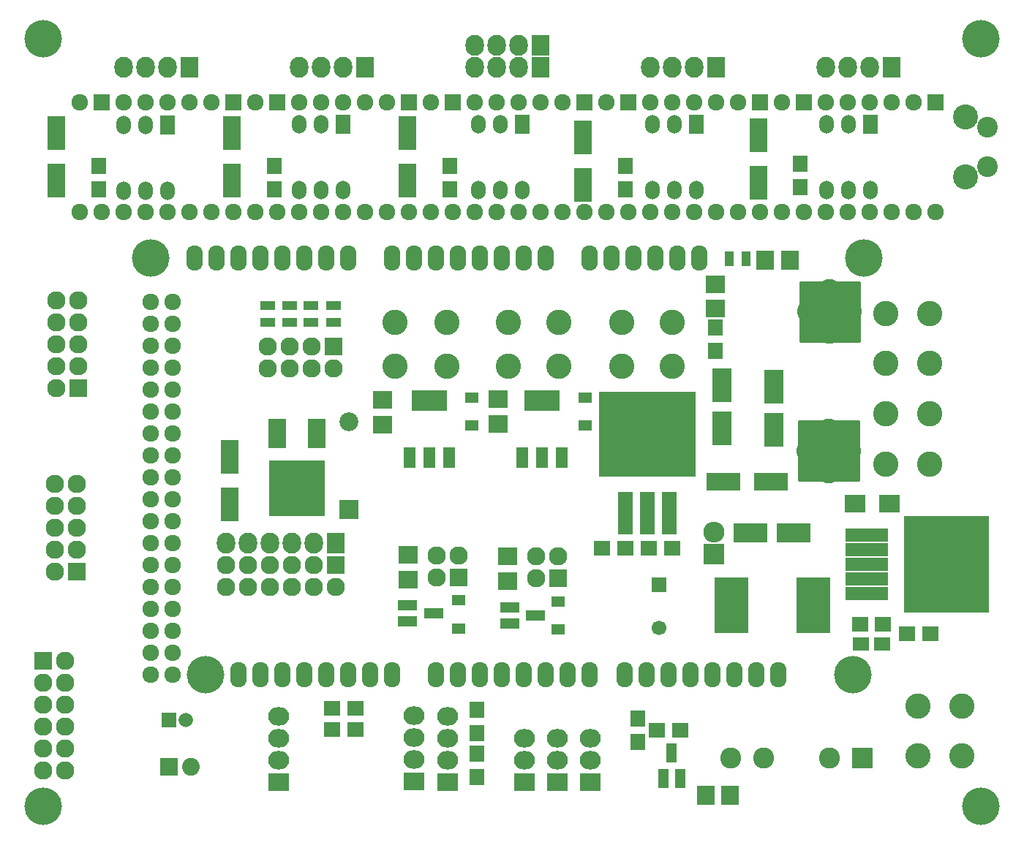
<source format=gbr>
G04 #@! TF.FileFunction,Soldermask,Top*
%FSLAX46Y46*%
G04 Gerber Fmt 4.6, Leading zero omitted, Abs format (unit mm)*
G04 Created by KiCad (PCBNEW 4.0.2-stable) date 4/20/2016 11:19:16 PM*
%MOMM*%
G01*
G04 APERTURE LIST*
%ADD10C,0.100000*%
%ADD11O,1.924000X2.940000*%
%ADD12C,4.337000*%
%ADD13C,1.924000*%
%ADD14C,2.940000*%
%ADD15R,3.999180X2.000200*%
%ADD16R,3.956000X6.400000*%
%ADD17R,2.000200X3.999180*%
%ADD18R,2.432000X2.432000*%
%ADD19C,2.432000*%
%ADD20R,1.924000X1.924000*%
%ADD21R,1.620000X1.310000*%
%ADD22R,1.700000X1.100000*%
%ADD23R,4.057600X2.432000*%
%ADD24R,1.416000X2.432000*%
%ADD25R,1.100000X1.700000*%
%ADD26R,1.900000X1.700000*%
%ADD27R,2.432000X2.127200*%
%ADD28O,2.432000X2.127200*%
%ADD29R,2.127200X2.432000*%
%ADD30O,2.127200X2.432000*%
%ADD31R,1.700000X1.900000*%
%ADD32R,5.000000X1.500000*%
%ADD33R,9.800000X11.200000*%
%ADD34R,1.790000X5.000000*%
%ADD35R,11.200000X9.800000*%
%ADD36R,2.200860X3.900120*%
%ADD37R,2.400000X2.000000*%
%ADD38R,3.900120X2.200860*%
%ADD39R,1.997660X2.200860*%
%ADD40R,2.200860X1.997660*%
%ADD41C,2.400000*%
%ADD42C,2.900000*%
%ADD43R,2.127200X2.127200*%
%ADD44O,2.127200X2.127200*%
%ADD45O,1.670000X2.178000*%
%ADD46R,1.670000X2.178000*%
%ADD47R,2.051000X3.448000*%
%ADD48R,6.496000X6.496000*%
%ADD49R,2.200860X1.200100*%
%ADD50R,1.200100X2.200860*%
%ADD51R,1.700000X1.700000*%
%ADD52C,1.700000*%
%ADD53C,2.178000*%
%ADD54R,2.178000X2.178000*%
%ADD55O,2.432000X2.432000*%
%ADD56R,1.900000X1.650000*%
%ADD57R,2.051000X2.051000*%
%ADD58C,2.051000*%
%ADD59R,1.670000X1.797000*%
%ADD60C,1.670000*%
%ADD61C,0.254000*%
G04 APERTURE END LIST*
D10*
D11*
X148082000Y-124460000D03*
X145542000Y-124460000D03*
X143002000Y-124460000D03*
X140462000Y-124460000D03*
X137922000Y-124460000D03*
X135382000Y-124460000D03*
X132842000Y-124460000D03*
X130302000Y-124460000D03*
X125222000Y-76200000D03*
X127762000Y-76200000D03*
X130302000Y-76200000D03*
X132842000Y-76200000D03*
X143002000Y-76200000D03*
X148082000Y-76200000D03*
X150622000Y-76200000D03*
X140462000Y-76200000D03*
X137922000Y-76200000D03*
X135382000Y-76200000D03*
X153162000Y-76200000D03*
X155702000Y-76200000D03*
X158242000Y-76200000D03*
X165862000Y-76200000D03*
X163322000Y-76200000D03*
X160782000Y-76200000D03*
X170942000Y-76200000D03*
X173482000Y-76200000D03*
X176022000Y-76200000D03*
X181102000Y-76200000D03*
X183642000Y-76200000D03*
X153162000Y-124460000D03*
X155702000Y-124460000D03*
X158242000Y-124460000D03*
X160782000Y-124460000D03*
X163322000Y-124460000D03*
X165862000Y-124460000D03*
X168402000Y-124460000D03*
X170942000Y-124460000D03*
X175006000Y-124460000D03*
X177546000Y-124460000D03*
X180086000Y-124460000D03*
X182626000Y-124460000D03*
X185166000Y-124460000D03*
X187706000Y-124460000D03*
X190246000Y-124460000D03*
X192786000Y-124460000D03*
X178562000Y-76200000D03*
D12*
X120142000Y-76200000D03*
X126492000Y-124460000D03*
X201422000Y-124460000D03*
X202692000Y-76200000D03*
D13*
X122682000Y-121920000D03*
X120142000Y-121920000D03*
X122682000Y-119380000D03*
X120142000Y-119380000D03*
X122682000Y-116840000D03*
X120142000Y-116840000D03*
X122682000Y-114300000D03*
X120142000Y-114300000D03*
X122682000Y-124460000D03*
X120142000Y-124460000D03*
X120142000Y-111760000D03*
X122682000Y-111760000D03*
X122682000Y-109220000D03*
X120142000Y-109220000D03*
X122682000Y-106680000D03*
X120142000Y-106680000D03*
X122682000Y-104140000D03*
X120142000Y-104140000D03*
X122682000Y-101600000D03*
X120142000Y-101600000D03*
X122682000Y-99060000D03*
X120142000Y-99060000D03*
X122682000Y-96520000D03*
X120142000Y-96520000D03*
X122682000Y-93980000D03*
X120142000Y-93980000D03*
X122682000Y-91440000D03*
X120142000Y-91440000D03*
X122682000Y-88900000D03*
X120142000Y-88900000D03*
X122682000Y-86360000D03*
X120142000Y-86360000D03*
X122682000Y-83820000D03*
X120142000Y-83820000D03*
X122682000Y-81280000D03*
X120142000Y-81280000D03*
D14*
X174671091Y-83705444D03*
X174671091Y-88785444D03*
D15*
X191980820Y-102108000D03*
X186479180Y-102108000D03*
D16*
X196881500Y-116443000D03*
X187381500Y-116443000D03*
D17*
X129311400Y-99230180D03*
X129311400Y-104731820D03*
D18*
X202514200Y-134162800D03*
D19*
X198704200Y-134162800D03*
X191084200Y-134162800D03*
X187274200Y-134162800D03*
D20*
X170370500Y-58166000D03*
D13*
X167830500Y-58166000D03*
X165290500Y-58166000D03*
X162750500Y-58166000D03*
X160210500Y-58166000D03*
X157670500Y-58166000D03*
D20*
X155130500Y-58166000D03*
D13*
X152590500Y-58166000D03*
X152590500Y-70866000D03*
X155130500Y-70866000D03*
X157670500Y-70866000D03*
X160210500Y-70866000D03*
X162750500Y-70866000D03*
X165290500Y-70866000D03*
X167830500Y-70866000D03*
X170370500Y-70866000D03*
D20*
X211010500Y-58166000D03*
D13*
X208470500Y-58166000D03*
X205930500Y-58166000D03*
X203390500Y-58166000D03*
X200850500Y-58166000D03*
X198310500Y-58166000D03*
D20*
X195770500Y-58166000D03*
D13*
X193230500Y-58166000D03*
X193230500Y-70866000D03*
X195770500Y-70866000D03*
X198310500Y-70866000D03*
X200850500Y-70866000D03*
X203390500Y-70866000D03*
X205930500Y-70866000D03*
X208470500Y-70866000D03*
X211010500Y-70866000D03*
D21*
X155829000Y-115840000D03*
X155829000Y-119110000D03*
D14*
X205257400Y-82677000D03*
X210337400Y-82677000D03*
X205232000Y-88392000D03*
X210312000Y-88392000D03*
X205232000Y-94234000D03*
X210312000Y-94234000D03*
D20*
X129730500Y-58166000D03*
D13*
X127190500Y-58166000D03*
X124650500Y-58166000D03*
X122110500Y-58166000D03*
X119570500Y-58166000D03*
X117030500Y-58166000D03*
D20*
X114490500Y-58166000D03*
D13*
X111950500Y-58166000D03*
X111950500Y-70866000D03*
X114490500Y-70866000D03*
X117030500Y-70866000D03*
X119570500Y-70866000D03*
X122110500Y-70866000D03*
X124650500Y-70866000D03*
X127190500Y-70866000D03*
X129730500Y-70866000D03*
D14*
X180513090Y-83705444D03*
X180513090Y-88785444D03*
D22*
X138684000Y-81727000D03*
X138684000Y-83627000D03*
X136271000Y-81727000D03*
X136271000Y-83627000D03*
X141351000Y-81727000D03*
X141351000Y-83627000D03*
D20*
X150050500Y-58166000D03*
D13*
X147510500Y-58166000D03*
X144970500Y-58166000D03*
X142430500Y-58166000D03*
X139890500Y-58166000D03*
X137350500Y-58166000D03*
D20*
X134810500Y-58166000D03*
D13*
X132270500Y-58166000D03*
X132270500Y-70866000D03*
X134810500Y-70866000D03*
X137350500Y-70866000D03*
X139890500Y-70866000D03*
X142430500Y-70866000D03*
X144970500Y-70866000D03*
X147510500Y-70866000D03*
X150050500Y-70866000D03*
D20*
X190690500Y-58166000D03*
D13*
X188150500Y-58166000D03*
X185610500Y-58166000D03*
X183070500Y-58166000D03*
X180530500Y-58166000D03*
X177990500Y-58166000D03*
D20*
X175450500Y-58166000D03*
D13*
X172910500Y-58166000D03*
X172910500Y-70866000D03*
X175450500Y-70866000D03*
X177990500Y-70866000D03*
X180530500Y-70866000D03*
X183070500Y-70866000D03*
X185610500Y-70866000D03*
X188150500Y-70866000D03*
X190690500Y-70866000D03*
D17*
X190500000Y-62019180D03*
X190500000Y-67520820D03*
X170180000Y-62273180D03*
X170180000Y-67774820D03*
X149860000Y-61765180D03*
X149860000Y-67266820D03*
X129540000Y-61765180D03*
X129540000Y-67266820D03*
X109220000Y-61765180D03*
X109220000Y-67266820D03*
D23*
X165481000Y-92710000D03*
D24*
X165481000Y-99314000D03*
X167767000Y-99314000D03*
X163195000Y-99314000D03*
D25*
X187137000Y-76263500D03*
X189037000Y-76263500D03*
D22*
X133731000Y-81727000D03*
X133731000Y-83627000D03*
D26*
X177783500Y-109855000D03*
X180483500Y-109855000D03*
X175086000Y-109855000D03*
X172386000Y-109855000D03*
D14*
X205232000Y-100076000D03*
X210312000Y-100076000D03*
D27*
X135001000Y-136906000D03*
D28*
X135001000Y-134366000D03*
X135001000Y-131826000D03*
X135001000Y-129286000D03*
D29*
X205930500Y-54102000D03*
D30*
X203390500Y-54102000D03*
X200850500Y-54102000D03*
X198310500Y-54102000D03*
D29*
X185610500Y-54102000D03*
D30*
X183070500Y-54102000D03*
X180530500Y-54102000D03*
X177990500Y-54102000D03*
D29*
X165303200Y-51562000D03*
D30*
X162763200Y-51562000D03*
X160223200Y-51562000D03*
X157683200Y-51562000D03*
D29*
X165303200Y-54102000D03*
D30*
X162763200Y-54102000D03*
X160223200Y-54102000D03*
X157683200Y-54102000D03*
D29*
X144970500Y-54102000D03*
D30*
X142430500Y-54102000D03*
X139890500Y-54102000D03*
X137350500Y-54102000D03*
D29*
X124650500Y-54102000D03*
D30*
X122110500Y-54102000D03*
X119570500Y-54102000D03*
X117030500Y-54102000D03*
D14*
X167386000Y-88773000D03*
X167386000Y-83693000D03*
X161544000Y-88773000D03*
X161544000Y-83693000D03*
D31*
X185547000Y-86973400D03*
X185547000Y-84273400D03*
X154813000Y-65579000D03*
X154813000Y-68279000D03*
X195326000Y-65325000D03*
X195326000Y-68025000D03*
X175133000Y-65579000D03*
X175133000Y-68279000D03*
X134493000Y-65579000D03*
X134493000Y-68279000D03*
X114173000Y-65579000D03*
X114173000Y-68279000D03*
D32*
X203073000Y-115096500D03*
X203073000Y-113396500D03*
X203073000Y-109996500D03*
D33*
X212223000Y-111696500D03*
D32*
X203073000Y-111696500D03*
X203073000Y-108296500D03*
D34*
X177673000Y-105797000D03*
D35*
X177673000Y-96647000D03*
D34*
X180213000Y-105797000D03*
X175133000Y-105797000D03*
D36*
X192278000Y-96098360D03*
X192278000Y-91099640D03*
D37*
X201644500Y-104648000D03*
X205644500Y-104648000D03*
D38*
X194586860Y-108077000D03*
X189588140Y-108077000D03*
D26*
X202231000Y-118618000D03*
X204931000Y-118618000D03*
X207692000Y-119761000D03*
X210392000Y-119761000D03*
D23*
X152400000Y-92710000D03*
D24*
X152400000Y-99314000D03*
X154686000Y-99314000D03*
X150114000Y-99314000D03*
D39*
X191302640Y-76454000D03*
X194142360Y-76454000D03*
D40*
X185547000Y-82064860D03*
X185547000Y-79225140D03*
X161480500Y-110784640D03*
X161480500Y-113624360D03*
X160401000Y-95399860D03*
X160401000Y-92560140D03*
X147015200Y-95501460D03*
X147015200Y-92661740D03*
X149923500Y-110594140D03*
X149923500Y-113433860D03*
D36*
X186309000Y-90932000D03*
X186309000Y-95930720D03*
D41*
X216969600Y-65593600D03*
X216969600Y-61093600D03*
D42*
X214469600Y-66843600D03*
X214469600Y-59843600D03*
D21*
X157353000Y-92345000D03*
X157353000Y-95615000D03*
X167322500Y-115967000D03*
X167322500Y-119237000D03*
X170434000Y-92345000D03*
X170434000Y-95615000D03*
D14*
X154432000Y-83693000D03*
X154432000Y-88773000D03*
X148463000Y-88773000D03*
X148463000Y-83693000D03*
D43*
X141351000Y-86487000D03*
D44*
X141351000Y-89027000D03*
X138811000Y-86487000D03*
X138811000Y-89027000D03*
X136271000Y-86487000D03*
X136271000Y-89027000D03*
X133731000Y-86487000D03*
X133731000Y-89027000D03*
D43*
X141605000Y-111760000D03*
D44*
X141605000Y-114300000D03*
X139065000Y-111760000D03*
X139065000Y-114300000D03*
X136525000Y-111760000D03*
X136525000Y-114300000D03*
X133985000Y-111760000D03*
X133985000Y-114300000D03*
X131445000Y-111760000D03*
X131445000Y-114300000D03*
X128905000Y-111760000D03*
X128905000Y-114300000D03*
D29*
X141605000Y-109220000D03*
D30*
X139065000Y-109220000D03*
X136525000Y-109220000D03*
X133985000Y-109220000D03*
X131445000Y-109220000D03*
X128905000Y-109220000D03*
D27*
X163449000Y-136906000D03*
D28*
X163449000Y-134366000D03*
X163449000Y-131826000D03*
D27*
X167259000Y-136906000D03*
D28*
X167259000Y-134366000D03*
X167259000Y-131826000D03*
D27*
X171069000Y-136906000D03*
D28*
X171069000Y-134366000D03*
X171069000Y-131826000D03*
D27*
X154559000Y-136906000D03*
D28*
X154559000Y-134366000D03*
X154559000Y-131826000D03*
X154559000Y-129286000D03*
D27*
X150622000Y-136842500D03*
D28*
X150622000Y-134302500D03*
X150622000Y-131762500D03*
X150622000Y-129222500D03*
D14*
X208965800Y-128092200D03*
X214045800Y-128092200D03*
X208991200Y-133883400D03*
X214071200Y-133883400D03*
D26*
X178736000Y-130937000D03*
X181436000Y-130937000D03*
D31*
X176530000Y-129587000D03*
X176530000Y-132287000D03*
D39*
X184381140Y-138430000D03*
X187220860Y-138430000D03*
D19*
X201168000Y-98552000D03*
X196088000Y-98552000D03*
X198628000Y-96012000D03*
X198628000Y-101092000D03*
X201295000Y-82423000D03*
X196215000Y-82423000D03*
X198755000Y-79883000D03*
X198755000Y-84963000D03*
D45*
X203479400Y-68351400D03*
D46*
X203479400Y-60731400D03*
D45*
X200939400Y-68351400D03*
X200939400Y-60731400D03*
X198399400Y-68351400D03*
X198399400Y-60731400D03*
X183286400Y-68376800D03*
D46*
X183286400Y-60756800D03*
D45*
X180746400Y-68376800D03*
X180746400Y-60756800D03*
X178206400Y-68376800D03*
X178206400Y-60756800D03*
X163195000Y-68326000D03*
D46*
X163195000Y-60706000D03*
D45*
X160655000Y-68326000D03*
X160655000Y-60706000D03*
X158115000Y-68326000D03*
X158115000Y-60706000D03*
X142392400Y-68376800D03*
D46*
X142392400Y-60756800D03*
D45*
X139852400Y-68376800D03*
X139852400Y-60756800D03*
X137312400Y-68376800D03*
X137312400Y-60756800D03*
X122097800Y-68427600D03*
D46*
X122097800Y-60807600D03*
D45*
X119557800Y-68427600D03*
X119557800Y-60807600D03*
X117017800Y-68427600D03*
X117017800Y-60807600D03*
D47*
X139369800Y-96520000D03*
D48*
X137083800Y-102870000D03*
D47*
X134797800Y-96520000D03*
D12*
X107696000Y-50800000D03*
X216281000Y-50800000D03*
X107696000Y-139700000D03*
X216281000Y-139700000D03*
D49*
X161693860Y-116652000D03*
X161693860Y-118552000D03*
X164696140Y-117602000D03*
D50*
X179517000Y-136502140D03*
X181417000Y-136502140D03*
X180467000Y-133499860D03*
D49*
X149882860Y-116398000D03*
X149882860Y-118298000D03*
X152885140Y-117348000D03*
D51*
X179006500Y-114046000D03*
D52*
X179006500Y-119046000D03*
D53*
X143126460Y-95185980D03*
D54*
X143126460Y-105345980D03*
D43*
X167322500Y-113284000D03*
D44*
X164782500Y-113284000D03*
X167322500Y-110744000D03*
X164782500Y-110744000D03*
D43*
X155765500Y-113220500D03*
D44*
X153225500Y-113220500D03*
X155765500Y-110680500D03*
X153225500Y-110680500D03*
D18*
X185356500Y-110490000D03*
D55*
X185356500Y-107950000D03*
D56*
X202331000Y-120904000D03*
X204831000Y-120904000D03*
D31*
X157924500Y-131271000D03*
X157924500Y-128571000D03*
X157924500Y-133651000D03*
X157924500Y-136351000D03*
D26*
X143844000Y-128333500D03*
X141144000Y-128333500D03*
X143844000Y-130810000D03*
X141144000Y-130810000D03*
D43*
X107721400Y-122834400D03*
D44*
X110261400Y-122834400D03*
X107721400Y-125374400D03*
X110261400Y-125374400D03*
X107721400Y-127914400D03*
X110261400Y-127914400D03*
X107721400Y-130454400D03*
X110261400Y-130454400D03*
X107721400Y-132994400D03*
X110261400Y-132994400D03*
X107721400Y-135534400D03*
X110261400Y-135534400D03*
D57*
X122286600Y-135162800D03*
D58*
X124786600Y-135162800D03*
D59*
X122232600Y-129727200D03*
D60*
X124232600Y-129727200D03*
D43*
X111633000Y-112522000D03*
D44*
X109093000Y-112522000D03*
X111633000Y-109982000D03*
X109093000Y-109982000D03*
X111633000Y-107442000D03*
X109093000Y-107442000D03*
X111633000Y-104902000D03*
X109093000Y-104902000D03*
X111633000Y-102362000D03*
X109093000Y-102362000D03*
D43*
X111760000Y-91313000D03*
D44*
X109220000Y-91313000D03*
X111760000Y-88773000D03*
X109220000Y-88773000D03*
X111760000Y-86233000D03*
X109220000Y-86233000D03*
X111760000Y-83693000D03*
X109220000Y-83693000D03*
X111760000Y-81153000D03*
X109220000Y-81153000D03*
D61*
G36*
X202209400Y-85852000D02*
X195300600Y-85852000D01*
X195300600Y-78994000D01*
X202209400Y-78994000D01*
X202209400Y-85852000D01*
X202209400Y-85852000D01*
G37*
X202209400Y-85852000D02*
X195300600Y-85852000D01*
X195300600Y-78994000D01*
X202209400Y-78994000D01*
X202209400Y-85852000D01*
G36*
X202107800Y-101981000D02*
X195148200Y-101981000D01*
X195148200Y-95097600D01*
X202107800Y-95097600D01*
X202107800Y-101981000D01*
X202107800Y-101981000D01*
G37*
X202107800Y-101981000D02*
X195148200Y-101981000D01*
X195148200Y-95097600D01*
X202107800Y-95097600D01*
X202107800Y-101981000D01*
M02*

</source>
